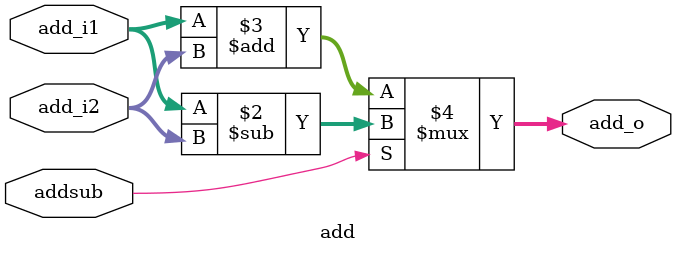
<source format=sv>
module add #(
  parameter WIDTH=64
) (
	input  logic addsub,
  input  logic [WIDTH-1:0] add_i1, add_i2,
  output logic [WIDTH-1:0] add_o
);

  // *********************************************************************
  // INTERNAL SIGNALS
  // *********************************************************************

  // *********************************************************************
  // ARCHITECTURE
  // *********************************************************************
  
  // combinational logic
  always_comb add_o = addsub ? $signed(add_i1 - add_i2) : $signed(add_i1 + add_i2);
  
endmodule

</source>
